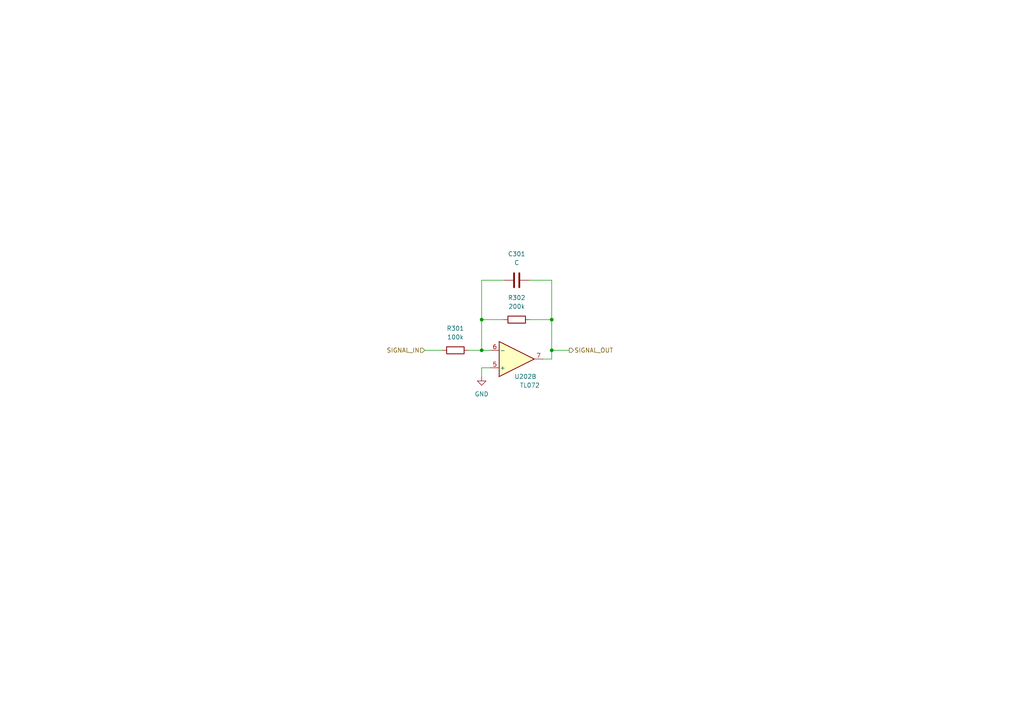
<source format=kicad_sch>
(kicad_sch (version 20211123) (generator eeschema)
  (paper "A4")
  (title_block (title "Josh Ox Ribbon Synth Mod Osc board") (date "2022-06-17") (rev "0") (comment 2 "creativecommons.org/licences/by/4.0") (comment 3 "license: CC by 4.0") (comment 4 "Author: Jordan Aceto"))
  (lib_symbols
    (symbol "Amplifier_Operational:TL072" (pin_names (offset 0.127))
      (property "Reference" "U" (at 0 5.08 0))
      (property "Value" "TL072" (at 0 -5.08 0))
      (symbol "TL072_1_1"
        (polyline (pts (xy -5.08 5.08) (xy 5.08 0) (xy -5.08 -5.08) (xy -5.08 5.08)) (stroke (width 0.254)) (fill (type background)))
        (pin output line (at 7.62 0 180) (length 2.54) (name "~") (number "1"))
        (pin input line (at -7.62 -2.54 0) (length 2.54) (name "-") (number "2"))
        (pin input line (at -7.62 2.54 0) (length 2.54) (name "+") (number "3"))
      )
      (symbol "TL072_2_1"
        (polyline (pts (xy -5.08 5.08) (xy 5.08 0) (xy -5.08 -5.08) (xy -5.08 5.08)) (stroke (width 0.254)) (fill (type background)))
        (pin input line (at -7.62 2.54 0) (length 2.54) (name "+") (number "5"))
        (pin input line (at -7.62 -2.54 0) (length 2.54) (name "-") (number "6"))
        (pin output line (at 7.62 0 180) (length 2.54) (name "~") (number "7"))
      )
      (symbol "TL072_3_1"
        (pin power_in line (at -2.54 -7.62 90) (length 3.81) (name "V-") (number "4"))
        (pin power_in line (at -2.54 7.62 270) (length 3.81) (name "V+") (number "8"))
      )
    )
    (symbol "Device:C" (pin_numbers hide) (pin_names (offset 0.254))
      (property "Reference" "C" (at 0.635 2.54 0))
      (property "Value" "C" (at 0.635 -2.54 0))
      (symbol "C_0_1"
        (polyline (pts (xy -2.032 -0.762) (xy 2.032 -0.762)) (stroke (width 0.508)))
        (polyline (pts (xy -2.032 0.762) (xy 2.032 0.762)) (stroke (width 0.508)))
      )
      (symbol "C_1_1"
        (pin passive line (at 0 3.81 270) (length 2.794) (name "~") (number "1"))
        (pin passive line (at 0 -3.81 90) (length 2.794) (name "~") (number "2"))
      )
    )
    (symbol "Device:R" (pin_numbers hide) (pin_names (offset 0))
      (property "Reference" "R" (at 2.032 0 90))
      (property "Value" "R" (at 0 0 90))
      (symbol "R_0_1"
        (rectangle (start -1.016 -2.54) (end 1.016 2.54) (stroke (width 0.254)))
      )
      (symbol "R_1_1"
        (pin passive line (at 0 3.81 270) (length 1.27) (name "~") (number "1"))
        (pin passive line (at 0 -3.81 90) (length 1.27) (name "~") (number "2"))
      )
    )
    (symbol "power:GND" (power) (pin_names (offset 0))
      (property "Value" "GND" (at 0 -3.81 0))
      (symbol "GND_0_1"
        (polyline (pts (xy 0 0) (xy 0 -1.27) (xy 1.27 -1.27) (xy 0 -2.54) (xy -1.27 -1.27) (xy 0 -1.27)))
      )
      (symbol "GND_1_1"
        (pin power_in line (at 0 0 270) (length 0) hide (name "GND") (number "1"))
      )
    )
  )
  (junction (at 160.02 101.6))
  (junction (at 139.7 101.6))
  (junction (at 139.7 92.71))
  (junction (at 160.02 92.71))
  (wire (pts (xy 160.02 104.14) (xy 157.48 104.14)))
  (wire (pts (xy 139.7 109.22) (xy 139.7 106.68)))
  (wire (pts (xy 142.24 101.6) (xy 139.7 101.6)))
  (wire (pts (xy 153.67 92.71) (xy 160.02 92.71)))
  (wire (pts (xy 139.7 101.6) (xy 139.7 92.71)))
  (wire (pts (xy 139.7 81.28) (xy 139.7 92.71)))
  (wire (pts (xy 160.02 101.6) (xy 160.02 104.14)))
  (wire (pts (xy 135.89 101.6) (xy 139.7 101.6)))
  (wire (pts (xy 160.02 101.6) (xy 165.1 101.6)))
  (wire (pts (xy 153.67 81.28) (xy 160.02 81.28)))
  (wire (pts (xy 139.7 92.71) (xy 146.05 92.71)))
  (wire (pts (xy 123.19 101.6) (xy 128.27 101.6)))
  (wire (pts (xy 160.02 92.71) (xy 160.02 101.6)))
  (wire (pts (xy 160.02 81.28) (xy 160.02 92.71)))
  (wire (pts (xy 146.05 81.28) (xy 139.7 81.28)))
  (wire (pts (xy 139.7 106.68) (xy 142.24 106.68)))
  (hierarchical_label "SIGNAL_OUT" (shape output) (at 165.1 101.6 0))
  (hierarchical_label "SIGNAL_IN" (shape input) (at 123.19 101.6 180))
  (symbol (lib_id "power:GND") (at 139.7 109.22 0) (unit 1)
    (property "Reference" "#PWR0301" (effects hide))
    (property "Value" "GND" (at 139.7 114.3 0))
  )
  (symbol (lib_id "Device:C") (at 149.86 81.28 90) (unit 1)
    (property "Reference" "C301" (at 149.86 73.66 90))
    (property "Value" "C" (at 149.86 76.2 90))
    (property "Footprint" "Capacitor_SMD:C_0805_2012Metric" (effects hide))
  )
  (symbol (lib_id "Device:R") (at 132.08 101.6 90) (unit 1)
    (property "Reference" "R301" (at 132.08 95.25 90))
    (property "Value" "100k" (at 132.08 97.79 90))
    (property "Footprint" "Resistor_SMD:R_0805_2012Metric" (effects hide))
  )
  (symbol (lib_id "Amplifier_Operational:TL072") (at 149.86 104.14 0) (mirror x) (unit 2)
    (property "Reference" "U202" (at 152.4 109.22 0))
    (property "Value" "TL072" (at 153.67 111.76 0))
    (property "Footprint" "Package_SO:SO-8_5.3x6.2mm_P1.27mm" (effects hide))
    (property "Datasheet" "http://www.ti.com/lit/ds/symlink/tl071.pdf" (effects hide))
  )
  (symbol (lib_id "Device:R") (at 149.86 92.71 90) (unit 1)
    (property "Reference" "R302" (at 149.86 86.36 90))
    (property "Value" "200k" (at 149.86 88.9 90))
    (property "Footprint" "Resistor_SMD:R_0805_2012Metric" (effects hide))
  )
)
</source>
